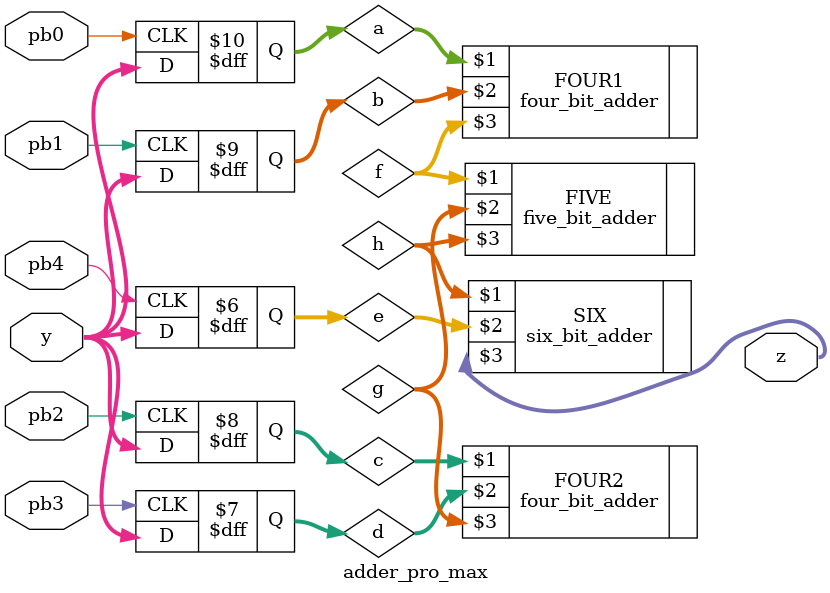
<source format=v>
`timescale 1ns / 1ps
module adder_pro_max(pb0, pb1, pb2, pb3, pb4, y, z);
	input pb0, pb1, pb2, pb3, pb4;
	input [3:0] y;
	output [6:0] z;
	wire [6:0] z;
	
	reg [3:0] a;
	reg [3:0] b;
	reg [3:0] c;
	reg [3:0] d;
	reg [3:0] e;
	wire [4:0] f;
	wire [4:0] g;
	wire [5:0] h;
	always @(posedge pb0) begin
		a <= y;
	end
	always @(posedge pb1) begin
		b <= y;
	end
	always @(posedge pb2) begin
		c <= y;
	end
	always @(posedge pb3) begin
		d <= y;
	end
	always @(posedge pb4) begin
		e <= y;
	end
	four_bit_adder FOUR1(a, b, f);
	four_bit_adder FOUR2(c, d, g);
	five_bit_adder FIVE(f, g, h);
	six_bit_adder SIX(h, e, z);
endmodule

</source>
